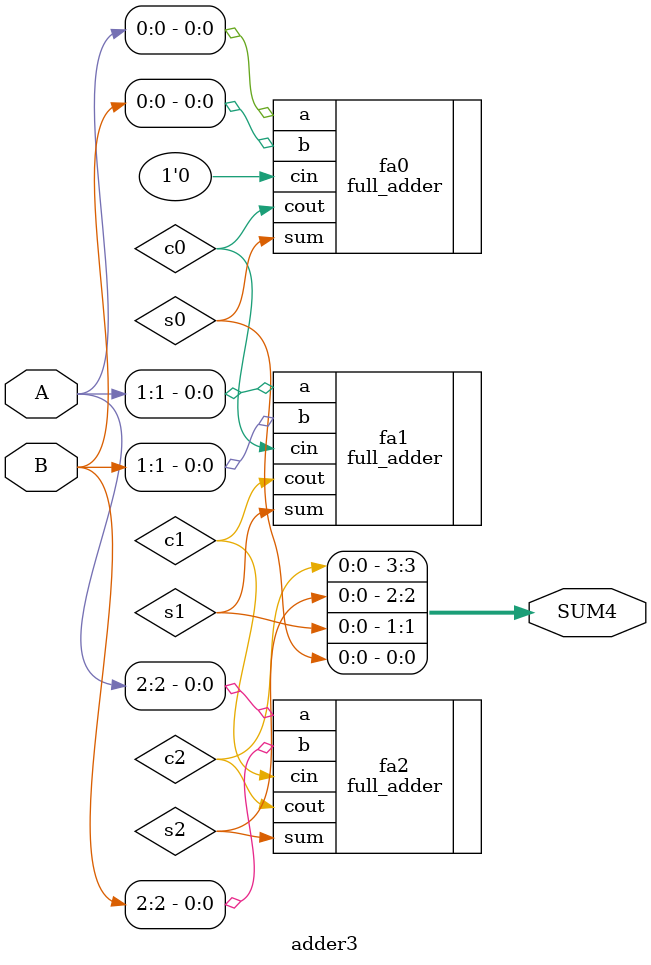
<source format=v>
`timescale 1ns/1ps
module adder3(
  input  wire [2:0] A,
  input  wire [2:0] B,
  output wire [3:0] SUM4
);
  wire s0, c0, s1, c1, s2, c2;

  full_adder fa0(.a(A[0]), .b(B[0]), .cin(1'b0), .sum(s0), .cout(c0));
  full_adder fa1(.a(A[1]), .b(B[1]), .cin(c0  ), .sum(s1), .cout(c1));
  full_adder fa2(.a(A[2]), .b(B[2]), .cin(c1  ), .sum(s2), .cout(c2));

  assign SUM4 = {c2, s2, s1, s0};  // 4 bits
endmodule

</source>
